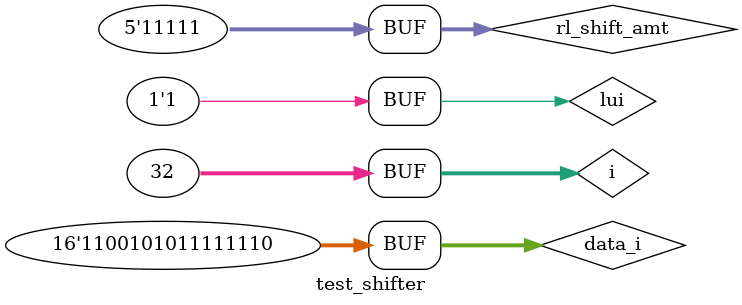
<source format=v>
`timescale 1ns/1ns

module test_shifter;

reg [15:0]  data_i;
reg [4:0]   rl_shift_amt;
reg         lui;
wire [15:0] data_o;

integer i = 0;

initial begin: test_sequencer
    lui = 1'b0;
    data_i = 16'hCAFE;
    rl_shift_amt = 0;

    for (i=0; i<=5'b11111; i=i+1) begin
        #5
        rl_shift_amt = i;
    end

    #5
    lui = 1'b1;
end

shifter u_shift(
    .data_i(data_i),
    .rl_shift_amt_i(rl_shift_amt),
    .lui_i(lui),

    .data_o(data_o)
);

endmodule

</source>
